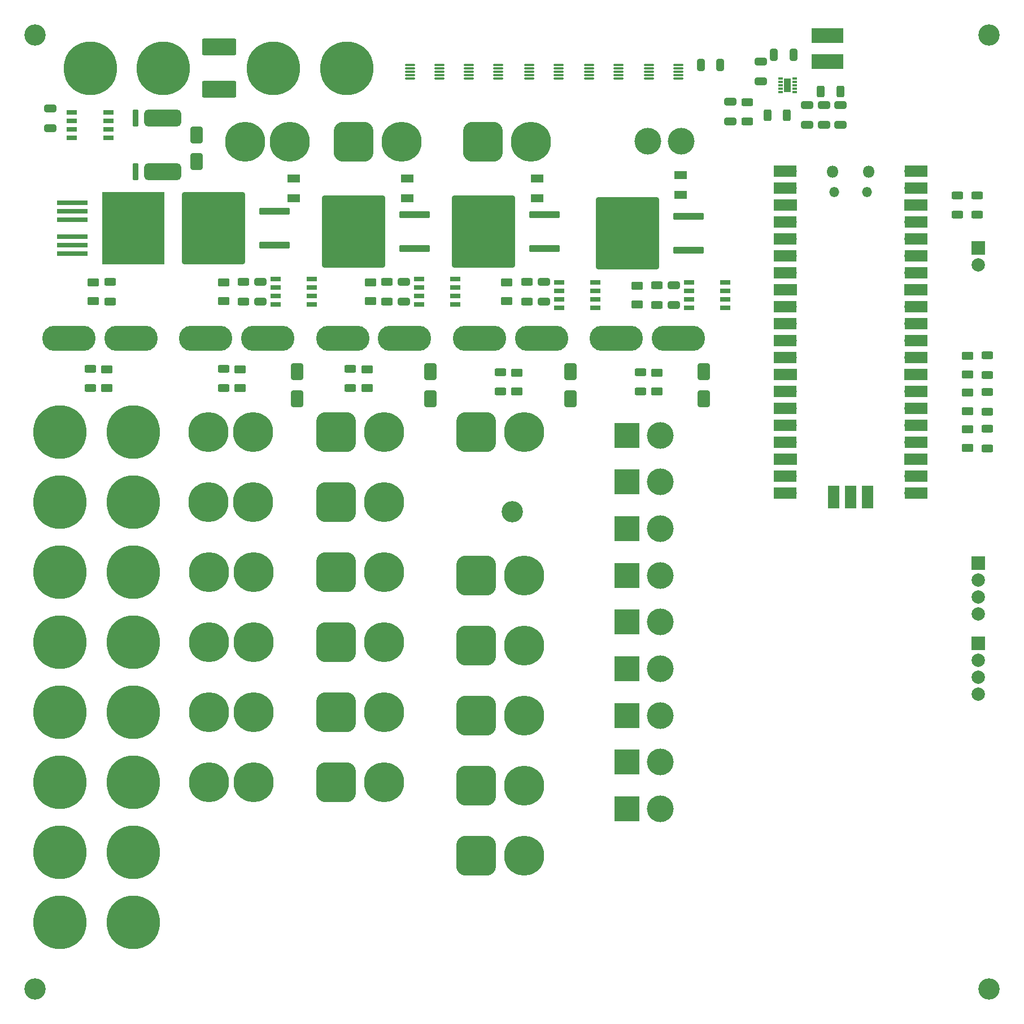
<source format=gbr>
%TF.GenerationSoftware,KiCad,Pcbnew,8.0.5*%
%TF.CreationDate,2024-12-16T08:47:40+01:00*%
%TF.ProjectId,PowerBoard,506f7765-7242-46f6-9172-642e6b696361,rev?*%
%TF.SameCoordinates,Original*%
%TF.FileFunction,Soldermask,Top*%
%TF.FilePolarity,Negative*%
%FSLAX46Y46*%
G04 Gerber Fmt 4.6, Leading zero omitted, Abs format (unit mm)*
G04 Created by KiCad (PCBNEW 8.0.5) date 2024-12-16 08:47:40*
%MOMM*%
%LPD*%
G01*
G04 APERTURE LIST*
G04 Aperture macros list*
%AMRoundRect*
0 Rectangle with rounded corners*
0 $1 Rounding radius*
0 $2 $3 $4 $5 $6 $7 $8 $9 X,Y pos of 4 corners*
0 Add a 4 corners polygon primitive as box body*
4,1,4,$2,$3,$4,$5,$6,$7,$8,$9,$2,$3,0*
0 Add four circle primitives for the rounded corners*
1,1,$1+$1,$2,$3*
1,1,$1+$1,$4,$5*
1,1,$1+$1,$6,$7*
1,1,$1+$1,$8,$9*
0 Add four rect primitives between the rounded corners*
20,1,$1+$1,$2,$3,$4,$5,0*
20,1,$1+$1,$4,$5,$6,$7,0*
20,1,$1+$1,$6,$7,$8,$9,0*
20,1,$1+$1,$8,$9,$2,$3,0*%
G04 Aperture macros list end*
%ADD10R,3.800000X3.800000*%
%ADD11C,4.000000*%
%ADD12RoundRect,0.250000X2.050000X0.300000X-2.050000X0.300000X-2.050000X-0.300000X2.050000X-0.300000X0*%
%ADD13RoundRect,0.250002X4.449998X5.149998X-4.449998X5.149998X-4.449998X-5.149998X4.449998X-5.149998X0*%
%ADD14RoundRect,0.250000X0.312500X0.625000X-0.312500X0.625000X-0.312500X-0.625000X0.312500X-0.625000X0*%
%ADD15RoundRect,0.250000X0.650000X-0.325000X0.650000X0.325000X-0.650000X0.325000X-0.650000X-0.325000X0*%
%ADD16C,3.200000*%
%ADD17RoundRect,1.500000X-1.500000X-1.500000X1.500000X-1.500000X1.500000X1.500000X-1.500000X1.500000X0*%
%ADD18C,6.000000*%
%ADD19RoundRect,0.250000X0.650000X-1.000000X0.650000X1.000000X-0.650000X1.000000X-0.650000X-1.000000X0*%
%ADD20RoundRect,0.250000X-0.650000X0.325000X-0.650000X-0.325000X0.650000X-0.325000X0.650000X0.325000X0*%
%ADD21RoundRect,0.250000X2.325000X-0.987500X2.325000X0.987500X-2.325000X0.987500X-2.325000X-0.987500X0*%
%ADD22RoundRect,0.250000X0.625000X-0.312500X0.625000X0.312500X-0.625000X0.312500X-0.625000X-0.312500X0*%
%ADD23R,1.850000X1.200000*%
%ADD24RoundRect,0.250000X-0.625000X0.312500X-0.625000X-0.312500X0.625000X-0.312500X0.625000X0.312500X0*%
%ADD25R,1.526000X0.650000*%
%ADD26RoundRect,0.250000X-0.650000X1.000000X-0.650000X-1.000000X0.650000X-1.000000X0.650000X1.000000X0*%
%ADD27RoundRect,0.250000X0.625000X-0.375000X0.625000X0.375000X-0.625000X0.375000X-0.625000X-0.375000X0*%
%ADD28C,8.000000*%
%ADD29O,8.000000X3.800000*%
%ADD30RoundRect,0.250000X-0.625000X0.375000X-0.625000X-0.375000X0.625000X-0.375000X0.625000X0.375000X0*%
%ADD31R,2.000000X2.000000*%
%ADD32C,2.000000*%
%ADD33RoundRect,0.075000X-0.650000X-0.075000X0.650000X-0.075000X0.650000X0.075000X-0.650000X0.075000X0*%
%ADD34R,4.850000X2.300000*%
%ADD35RoundRect,0.637500X-2.162500X0.637500X-2.162500X-0.637500X2.162500X-0.637500X2.162500X0.637500X0*%
%ADD36RoundRect,0.225000X-0.225000X1.050000X-0.225000X-1.050000X0.225000X-1.050000X0.225000X1.050000X0*%
%ADD37O,1.800000X1.800000*%
%ADD38O,1.500000X1.500000*%
%ADD39O,1.700000X1.700000*%
%ADD40R,3.500000X1.700000*%
%ADD41R,1.700000X1.700000*%
%ADD42R,1.700000X3.500000*%
%ADD43RoundRect,0.250000X0.325000X0.650000X-0.325000X0.650000X-0.325000X-0.650000X0.325000X-0.650000X0*%
%ADD44RoundRect,0.250000X-0.312500X-0.625000X0.312500X-0.625000X0.312500X0.625000X-0.312500X0.625000X0*%
%ADD45R,4.600000X0.800000*%
%ADD46R,9.400000X10.800000*%
%ADD47RoundRect,0.250000X-0.325000X-0.650000X0.325000X-0.650000X0.325000X0.650000X-0.325000X0.650000X0*%
%ADD48R,0.700000X0.300000*%
%ADD49R,1.000000X2.100000*%
G04 APERTURE END LIST*
D10*
%TO.C,J37*%
X117500000Y-116500000D03*
D11*
X122500000Y-116500000D03*
%TD*%
D10*
%TO.C,J36*%
X117500000Y-109500000D03*
D11*
X122500000Y-109500000D03*
%TD*%
D10*
%TO.C,J35*%
X117500000Y-102500000D03*
D11*
X122500000Y-102500000D03*
%TD*%
D12*
%TO.C,Q5*%
X64650000Y-53040000D03*
D13*
X55500000Y-50500000D03*
D12*
X64650000Y-47960000D03*
%TD*%
D14*
%TO.C,R16*%
X141462500Y-33500000D03*
X138537500Y-33500000D03*
%TD*%
D15*
%TO.C,C7*%
X137500000Y-28475000D03*
X137500000Y-25525000D03*
%TD*%
D16*
%TO.C,H4*%
X171750000Y-21500000D03*
%TD*%
D17*
%TO.C,J31*%
X94900000Y-144500000D03*
D18*
X102100000Y-144500000D03*
%TD*%
D19*
%TO.C,D14*%
X129000000Y-76000000D03*
X129000000Y-72000000D03*
%TD*%
D17*
%TO.C,J30*%
X94900000Y-134000000D03*
D18*
X102100000Y-134000000D03*
%TD*%
D10*
%TO.C,J33*%
X117500000Y-88500000D03*
D11*
X122500000Y-88500000D03*
%TD*%
D20*
%TO.C,C8*%
X133000000Y-31525000D03*
X133000000Y-34475000D03*
%TD*%
D18*
%TO.C,J18*%
X54800000Y-123000000D03*
X61500000Y-123000000D03*
%TD*%
%TO.C,J19*%
X54800000Y-133500000D03*
X61500000Y-133500000D03*
%TD*%
D21*
%TO.C,D2*%
X56350000Y-29650000D03*
X56350000Y-23275000D03*
%TD*%
D22*
%TO.C,R5*%
X76000000Y-74462500D03*
X76000000Y-71537500D03*
%TD*%
D20*
%TO.C,C5*%
X62500000Y-58525000D03*
X62500000Y-61475000D03*
%TD*%
D23*
%TO.C,R8*%
X125500000Y-42500000D03*
X125500000Y-45500000D03*
%TD*%
D24*
%TO.C,R2*%
X81500000Y-58537500D03*
X81500000Y-61462500D03*
%TD*%
D17*
%TO.C,J22*%
X73900000Y-102000000D03*
D18*
X81100000Y-102000000D03*
%TD*%
D25*
%TO.C,IC4*%
X107288000Y-58595000D03*
X107288000Y-59865000D03*
X107288000Y-61135000D03*
X107288000Y-62405000D03*
X112712000Y-62405000D03*
X112712000Y-61135000D03*
X112712000Y-59865000D03*
X112712000Y-58595000D03*
%TD*%
D26*
%TO.C,D11*%
X109000000Y-72000000D03*
X109000000Y-76000000D03*
%TD*%
D25*
%TO.C,IC3*%
X34288000Y-33095000D03*
X34288000Y-34365000D03*
X34288000Y-35635000D03*
X34288000Y-36905000D03*
X39712000Y-36905000D03*
X39712000Y-35635000D03*
X39712000Y-34365000D03*
X39712000Y-33095000D03*
%TD*%
D27*
%TO.C,D19*%
X168500000Y-83400000D03*
X168500000Y-80600000D03*
%TD*%
D28*
%TO.C,J9*%
X43500000Y-112500000D03*
X32500000Y-112500000D03*
%TD*%
D29*
%TO.C,F5*%
X54350000Y-67000000D03*
X63650000Y-67000000D03*
%TD*%
D30*
%TO.C,D13*%
X57000000Y-58600000D03*
X57000000Y-61400000D03*
%TD*%
D29*
%TO.C,F4*%
X95350000Y-67000000D03*
X104650000Y-67000000D03*
%TD*%
D31*
%TO.C,GND1*%
X170150000Y-112690000D03*
D32*
X170150000Y-115230000D03*
X170150000Y-117770000D03*
X170150000Y-120310000D03*
%TD*%
D22*
%TO.C,R17*%
X135500000Y-34462500D03*
X135500000Y-31537500D03*
%TD*%
D17*
%TO.C,J29*%
X94900000Y-123500000D03*
D18*
X102100000Y-123500000D03*
%TD*%
D27*
%TO.C,D16*%
X59500000Y-74400000D03*
X59500000Y-71600000D03*
%TD*%
D28*
%TO.C,J7*%
X43500000Y-91500000D03*
X32500000Y-91500000D03*
%TD*%
D16*
%TO.C,H3*%
X171750000Y-164500000D03*
%TD*%
D17*
%TO.C,J41*%
X76500000Y-37500000D03*
D18*
X83700000Y-37500000D03*
%TD*%
D24*
%TO.C,R19*%
X167000000Y-45537500D03*
X167000000Y-48462500D03*
%TD*%
D33*
%TO.C,U4*%
X102800000Y-26000000D03*
X102800000Y-26500000D03*
X102800000Y-27000000D03*
X102800000Y-27500000D03*
X102800000Y-28000000D03*
X107200000Y-28000000D03*
X107200000Y-27500000D03*
X107200000Y-27000000D03*
X107200000Y-26500000D03*
X107200000Y-26000000D03*
%TD*%
D29*
%TO.C,F2*%
X115850000Y-67000000D03*
X125150000Y-67000000D03*
%TD*%
D33*
%TO.C,U3*%
X93800000Y-26000000D03*
X93800000Y-26500000D03*
X93800000Y-27000000D03*
X93800000Y-27500000D03*
X93800000Y-28000000D03*
X98200000Y-28000000D03*
X98200000Y-27500000D03*
X98200000Y-27000000D03*
X98200000Y-26500000D03*
X98200000Y-26000000D03*
%TD*%
D16*
%TO.C,H2*%
X28750000Y-164500000D03*
%TD*%
D34*
%TO.C,L1*%
X147500000Y-25500000D03*
X147500000Y-21600000D03*
%TD*%
D33*
%TO.C,U2*%
X85000000Y-26000000D03*
X85000000Y-26500000D03*
X85000000Y-27000000D03*
X85000000Y-27500000D03*
X85000000Y-28000000D03*
X89400000Y-28000000D03*
X89400000Y-27500000D03*
X89400000Y-27000000D03*
X89400000Y-26500000D03*
X89400000Y-26000000D03*
%TD*%
D28*
%TO.C,J6*%
X43500000Y-81000000D03*
X32500000Y-81000000D03*
%TD*%
D23*
%TO.C,R11*%
X67500000Y-46000000D03*
X67500000Y-43000000D03*
%TD*%
D20*
%TO.C,C4*%
X105000000Y-58525000D03*
X105000000Y-61475000D03*
%TD*%
D24*
%TO.C,R10*%
X102468750Y-58500000D03*
X102468750Y-61425000D03*
%TD*%
D22*
%TO.C,R15*%
X57000000Y-74462500D03*
X57000000Y-71537500D03*
%TD*%
D17*
%TO.C,J27*%
X94900000Y-102500000D03*
D18*
X102100000Y-102500000D03*
%TD*%
D11*
%TO.C,J4*%
X125600000Y-37400000D03*
X120600000Y-37400000D03*
%TD*%
D25*
%TO.C,IC2*%
X126788000Y-58595000D03*
X126788000Y-59865000D03*
X126788000Y-61135000D03*
X126788000Y-62405000D03*
X132212000Y-62405000D03*
X132212000Y-61135000D03*
X132212000Y-59865000D03*
X132212000Y-58595000D03*
%TD*%
D23*
%TO.C,R7*%
X84500000Y-43000000D03*
X84500000Y-46000000D03*
%TD*%
D12*
%TO.C,Q4*%
X105150000Y-53540000D03*
D13*
X96000000Y-51000000D03*
D12*
X105150000Y-48460000D03*
%TD*%
D18*
%TO.C,J2*%
X60200000Y-37500000D03*
X66900000Y-37500000D03*
%TD*%
%TO.C,J15*%
X54700000Y-91500000D03*
X61400000Y-91500000D03*
%TD*%
D12*
%TO.C,Q3*%
X126725000Y-53765000D03*
D13*
X117575000Y-51225000D03*
D12*
X126725000Y-48685000D03*
%TD*%
D27*
%TO.C,D7*%
X122000000Y-74900000D03*
X122000000Y-72100000D03*
%TD*%
D20*
%TO.C,C2*%
X124500000Y-59025000D03*
X124500000Y-61975000D03*
%TD*%
D10*
%TO.C,J39*%
X117500000Y-130500000D03*
D11*
X122500000Y-130500000D03*
%TD*%
D31*
%TO.C,I2C1*%
X170150000Y-53460000D03*
D32*
X170150000Y-56000000D03*
%TD*%
D28*
%TO.C,J8*%
X43500000Y-102000000D03*
X32500000Y-102000000D03*
%TD*%
D26*
%TO.C,D9*%
X68000000Y-72000000D03*
X68000000Y-76000000D03*
%TD*%
D20*
%TO.C,C10*%
X147000000Y-32025000D03*
X147000000Y-34975000D03*
%TD*%
D25*
%TO.C,IC5*%
X64788000Y-58095000D03*
X64788000Y-59365000D03*
X64788000Y-60635000D03*
X64788000Y-61905000D03*
X70212000Y-61905000D03*
X70212000Y-60635000D03*
X70212000Y-59365000D03*
X70212000Y-58095000D03*
%TD*%
D15*
%TO.C,C3*%
X31000000Y-35500000D03*
X31000000Y-32550000D03*
%TD*%
D26*
%TO.C,D10*%
X88000000Y-72000000D03*
X88000000Y-76000000D03*
%TD*%
D28*
%TO.C,J5*%
X64500000Y-26500000D03*
X75500000Y-26500000D03*
%TD*%
D23*
%TO.C,R14*%
X104000000Y-43000000D03*
X104000000Y-46000000D03*
%TD*%
D25*
%TO.C,IC1*%
X86288000Y-58095000D03*
X86288000Y-59365000D03*
X86288000Y-60635000D03*
X86288000Y-61905000D03*
X91712000Y-61905000D03*
X91712000Y-60635000D03*
X91712000Y-59365000D03*
X91712000Y-58095000D03*
%TD*%
D24*
%TO.C,R18*%
X170000000Y-45537500D03*
X170000000Y-48462500D03*
%TD*%
D22*
%TO.C,R13*%
X98500000Y-74962500D03*
X98500000Y-72037500D03*
%TD*%
D28*
%TO.C,J13*%
X43500000Y-154500000D03*
X32500000Y-154500000D03*
%TD*%
D17*
%TO.C,J21*%
X73900000Y-91500000D03*
D18*
X81100000Y-91500000D03*
%TD*%
%TO.C,J17*%
X54800000Y-112500000D03*
X61500000Y-112500000D03*
%TD*%
D30*
%TO.C,D4*%
X119000000Y-59100000D03*
X119000000Y-61900000D03*
%TD*%
D24*
%TO.C,R12*%
X60000000Y-58537500D03*
X60000000Y-61462500D03*
%TD*%
D35*
%TO.C,R1*%
X47850000Y-33975000D03*
D36*
X43800000Y-33975000D03*
X43800000Y-42025000D03*
D35*
X47850000Y-42025000D03*
%TD*%
D28*
%TO.C,J1*%
X48000000Y-26500000D03*
X37000000Y-26500000D03*
%TD*%
D37*
%TO.C,U1*%
X148275000Y-42000000D03*
D38*
X148575000Y-45030000D03*
X153425000Y-45030000D03*
D37*
X153725000Y-42000000D03*
D39*
X142110000Y-41870000D03*
D40*
X141210000Y-41870000D03*
D39*
X142110000Y-44410000D03*
D40*
X141210000Y-44410000D03*
D41*
X142110000Y-46950000D03*
D40*
X141210000Y-46950000D03*
D39*
X142110000Y-49490000D03*
D40*
X141210000Y-49490000D03*
D39*
X142110000Y-52030000D03*
D40*
X141210000Y-52030000D03*
D39*
X142110000Y-54570000D03*
D40*
X141210000Y-54570000D03*
D39*
X142110000Y-57110000D03*
D40*
X141210000Y-57110000D03*
D41*
X142110000Y-59650000D03*
D40*
X141210000Y-59650000D03*
D39*
X142110000Y-62190000D03*
D40*
X141210000Y-62190000D03*
D39*
X142110000Y-64730000D03*
D40*
X141210000Y-64730000D03*
D39*
X142110000Y-67270000D03*
D40*
X141210000Y-67270000D03*
D39*
X142110000Y-69810000D03*
D40*
X141210000Y-69810000D03*
D41*
X142110000Y-72350000D03*
D40*
X141210000Y-72350000D03*
D39*
X142110000Y-74890000D03*
D40*
X141210000Y-74890000D03*
D39*
X142110000Y-77430000D03*
D40*
X141210000Y-77430000D03*
D39*
X142110000Y-79970000D03*
D40*
X141210000Y-79970000D03*
D39*
X142110000Y-82510000D03*
D40*
X141210000Y-82510000D03*
D41*
X142110000Y-85050000D03*
D40*
X141210000Y-85050000D03*
D39*
X142110000Y-87590000D03*
D40*
X141210000Y-87590000D03*
D39*
X142110000Y-90130000D03*
D40*
X141210000Y-90130000D03*
D39*
X159890000Y-90130000D03*
D40*
X160790000Y-90130000D03*
D39*
X159890000Y-87590000D03*
D40*
X160790000Y-87590000D03*
D41*
X159890000Y-85050000D03*
D40*
X160790000Y-85050000D03*
D39*
X159890000Y-82510000D03*
D40*
X160790000Y-82510000D03*
D39*
X159890000Y-79970000D03*
D40*
X160790000Y-79970000D03*
D39*
X159890000Y-77430000D03*
D40*
X160790000Y-77430000D03*
D39*
X159890000Y-74890000D03*
D40*
X160790000Y-74890000D03*
D41*
X159890000Y-72350000D03*
D40*
X160790000Y-72350000D03*
D39*
X159890000Y-69810000D03*
D40*
X160790000Y-69810000D03*
D39*
X159890000Y-67270000D03*
D40*
X160790000Y-67270000D03*
D39*
X159890000Y-64730000D03*
D40*
X160790000Y-64730000D03*
D39*
X159890000Y-62190000D03*
D40*
X160790000Y-62190000D03*
D41*
X159890000Y-59650000D03*
D40*
X160790000Y-59650000D03*
D39*
X159890000Y-57110000D03*
D40*
X160790000Y-57110000D03*
D39*
X159890000Y-54570000D03*
D40*
X160790000Y-54570000D03*
D39*
X159890000Y-52030000D03*
D40*
X160790000Y-52030000D03*
D39*
X159890000Y-49490000D03*
D40*
X160790000Y-49490000D03*
D41*
X159890000Y-46950000D03*
D40*
X160790000Y-46950000D03*
D39*
X159890000Y-44410000D03*
D40*
X160790000Y-44410000D03*
D39*
X159890000Y-41870000D03*
D40*
X160790000Y-41870000D03*
D39*
X148460000Y-89900000D03*
D42*
X148460000Y-90800000D03*
D41*
X151000000Y-89900000D03*
D42*
X151000000Y-90800000D03*
D39*
X153540000Y-89900000D03*
D42*
X153540000Y-90800000D03*
%TD*%
D22*
%TO.C,R24*%
X171500000Y-83462500D03*
X171500000Y-80537500D03*
%TD*%
D30*
%TO.C,D5*%
X37500000Y-58600000D03*
X37500000Y-61400000D03*
%TD*%
D43*
%TO.C,C12*%
X142475000Y-24500000D03*
X139525000Y-24500000D03*
%TD*%
D33*
%TO.C,U5*%
X111800000Y-26000000D03*
X111800000Y-26500000D03*
X111800000Y-27000000D03*
X111800000Y-27500000D03*
X111800000Y-28000000D03*
X116200000Y-28000000D03*
X116200000Y-27500000D03*
X116200000Y-27000000D03*
X116200000Y-26500000D03*
X116200000Y-26000000D03*
%TD*%
D22*
%TO.C,R22*%
X171500000Y-72462500D03*
X171500000Y-69537500D03*
%TD*%
D27*
%TO.C,D17*%
X168500000Y-72400000D03*
X168500000Y-69600000D03*
%TD*%
D18*
%TO.C,J16*%
X54800000Y-102000000D03*
X61500000Y-102000000D03*
%TD*%
D24*
%TO.C,R3*%
X122000000Y-59037500D03*
X122000000Y-61962500D03*
%TD*%
D28*
%TO.C,J10*%
X43500000Y-123000000D03*
X32500000Y-123000000D03*
%TD*%
D17*
%TO.C,J3*%
X95900000Y-37500000D03*
D18*
X103100000Y-37500000D03*
%TD*%
D17*
%TO.C,J20*%
X73900000Y-81000000D03*
D18*
X81100000Y-81000000D03*
%TD*%
D29*
%TO.C,F3*%
X33850000Y-67000000D03*
X43150000Y-67000000D03*
%TD*%
D22*
%TO.C,R9*%
X37000000Y-74462500D03*
X37000000Y-71537500D03*
%TD*%
D27*
%TO.C,D6*%
X78500000Y-74400000D03*
X78500000Y-71600000D03*
%TD*%
D16*
%TO.C,H1*%
X28750000Y-21500000D03*
%TD*%
D29*
%TO.C,F1*%
X74850000Y-67000000D03*
X84150000Y-67000000D03*
%TD*%
D26*
%TO.C,D1*%
X53000000Y-36500000D03*
X53000000Y-40500000D03*
%TD*%
D20*
%TO.C,C1*%
X84000000Y-58525000D03*
X84000000Y-61475000D03*
%TD*%
D22*
%TO.C,R23*%
X171500000Y-77962500D03*
X171500000Y-75037500D03*
%TD*%
D18*
%TO.C,J14*%
X54700000Y-81000000D03*
X61400000Y-81000000D03*
%TD*%
D44*
%TO.C,R21*%
X146537500Y-30000000D03*
X149462500Y-30000000D03*
%TD*%
D33*
%TO.C,U6*%
X120800000Y-26000000D03*
X120800000Y-26500000D03*
X120800000Y-27000000D03*
X120800000Y-27500000D03*
X120800000Y-28000000D03*
X125200000Y-28000000D03*
X125200000Y-27500000D03*
X125200000Y-27000000D03*
X125200000Y-26500000D03*
X125200000Y-26000000D03*
%TD*%
D45*
%TO.C,Q1*%
X34350000Y-46690000D03*
X34350000Y-47960000D03*
X34350000Y-49230000D03*
D46*
X43500000Y-50500000D03*
D45*
X34350000Y-51770000D03*
X34350000Y-53040000D03*
X34350000Y-54310000D03*
%TD*%
D12*
%TO.C,Q2*%
X85650000Y-53540000D03*
D13*
X76500000Y-51000000D03*
D12*
X85650000Y-48460000D03*
%TD*%
D30*
%TO.C,D3*%
X79000000Y-58600000D03*
X79000000Y-61400000D03*
%TD*%
D27*
%TO.C,D18*%
X168500000Y-77900000D03*
X168500000Y-75100000D03*
%TD*%
%TO.C,D8*%
X39500000Y-74400000D03*
X39500000Y-71600000D03*
%TD*%
D28*
%TO.C,J11*%
X43500000Y-133500000D03*
X32500000Y-133500000D03*
%TD*%
%TO.C,J12*%
X43500000Y-144000000D03*
X32500000Y-144000000D03*
%TD*%
D47*
%TO.C,C13*%
X128525000Y-26000000D03*
X131475000Y-26000000D03*
%TD*%
D10*
%TO.C,J34*%
X117500000Y-95500000D03*
D11*
X122500000Y-95500000D03*
%TD*%
D20*
%TO.C,C9*%
X144500000Y-32025000D03*
X144500000Y-34975000D03*
%TD*%
D10*
%TO.C,J32*%
X117500000Y-81500000D03*
D11*
X122500000Y-81500000D03*
%TD*%
D48*
%TO.C,IC7*%
X140500000Y-28050000D03*
X140500000Y-28550000D03*
X140500000Y-29050000D03*
X140500000Y-29550000D03*
X140500000Y-30050000D03*
X142600000Y-30050000D03*
X142600000Y-29550000D03*
X142600000Y-29050000D03*
X142600000Y-28550000D03*
X142600000Y-28050000D03*
D49*
X141550000Y-29050000D03*
%TD*%
D17*
%TO.C,J25*%
X73900000Y-133500000D03*
D18*
X81100000Y-133500000D03*
%TD*%
D22*
%TO.C,R6*%
X119500000Y-74962500D03*
X119500000Y-72037500D03*
%TD*%
D17*
%TO.C,J26*%
X94900000Y-81000000D03*
D18*
X102100000Y-81000000D03*
%TD*%
D20*
%TO.C,C11*%
X149500000Y-32025000D03*
X149500000Y-34975000D03*
%TD*%
D30*
%TO.C,D12*%
X99468750Y-58562500D03*
X99468750Y-61362500D03*
%TD*%
D31*
%TO.C,VCC1*%
X170150000Y-100690000D03*
D32*
X170150000Y-103230000D03*
X170150000Y-105770000D03*
X170150000Y-108310000D03*
%TD*%
D17*
%TO.C,J23*%
X73900000Y-112500000D03*
D18*
X81100000Y-112500000D03*
%TD*%
D27*
%TO.C,D15*%
X101000000Y-74900000D03*
X101000000Y-72100000D03*
%TD*%
D16*
%TO.C,H5*%
X100250000Y-93000000D03*
%TD*%
D24*
%TO.C,R4*%
X40000000Y-58537500D03*
X40000000Y-61462500D03*
%TD*%
D17*
%TO.C,J24*%
X73900000Y-123000000D03*
D18*
X81100000Y-123000000D03*
%TD*%
D10*
%TO.C,J38*%
X117500000Y-123500000D03*
D11*
X122500000Y-123500000D03*
%TD*%
D10*
%TO.C,J40*%
X117500000Y-137500000D03*
D11*
X122500000Y-137500000D03*
%TD*%
D17*
%TO.C,J28*%
X94900000Y-113000000D03*
D18*
X102100000Y-113000000D03*
%TD*%
M02*

</source>
